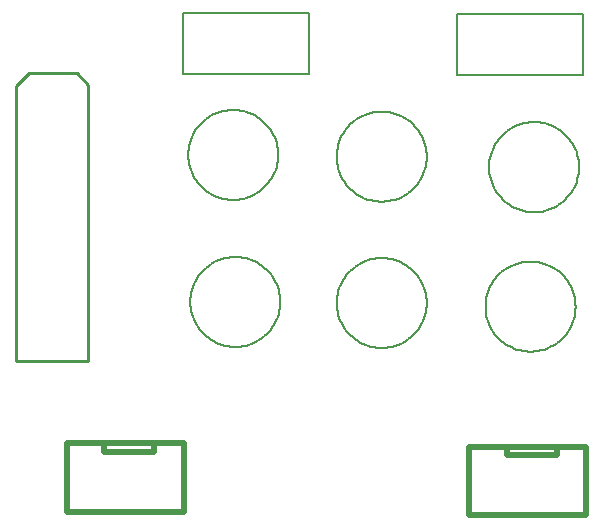
<source format=gm1>
G04*
G04 #@! TF.GenerationSoftware,Altium Limited,Altium Designer,20.2.6 (244)*
G04*
G04 Layer_Color=16711935*
%FSLAX25Y25*%
%MOIN*%
G70*
G04*
G04 #@! TF.SameCoordinates,E07979D3-0FA8-472C-B39E-0A4441D90CF7*
G04*
G04*
G04 #@! TF.FilePolarity,Positive*
G04*
G01*
G75*
%ADD10C,0.00787*%
%ADD11C,0.01000*%
%ADD12C,0.01968*%
D10*
X331142Y336614D02*
X331108Y337616D01*
X331008Y338614D01*
X330841Y339602D01*
X330609Y340577D01*
X330312Y341535D01*
X329952Y342470D01*
X329530Y343379D01*
X329048Y344258D01*
X328508Y345104D01*
X327914Y345911D01*
X327267Y346676D01*
X326570Y347397D01*
X325826Y348069D01*
X325039Y348690D01*
X324213Y349258D01*
X323351Y349768D01*
X322456Y350221D01*
X321533Y350612D01*
X320586Y350941D01*
X319619Y351206D01*
X318637Y351405D01*
X317643Y351539D01*
X316643Y351606D01*
X315640D01*
X314640Y351539D01*
X313647Y351405D01*
X312664Y351206D01*
X311698Y350941D01*
X310751Y350612D01*
X309828Y350221D01*
X308933Y349768D01*
X308070Y349258D01*
X307244Y348690D01*
X306457Y348069D01*
X305714Y347397D01*
X305017Y346676D01*
X304370Y345911D01*
X303775Y345104D01*
X303236Y344258D01*
X302754Y343379D01*
X302332Y342470D01*
X301972Y341535D01*
X301675Y340577D01*
X301442Y339602D01*
X301276Y338614D01*
X301175Y337616D01*
X301142Y336614D01*
X301175Y335612D01*
X301276Y334615D01*
X301442Y333627D01*
X301675Y332651D01*
X301972Y331694D01*
X302332Y330758D01*
X302754Y329849D01*
X303236Y328970D01*
X303775Y328125D01*
X304370Y327318D01*
X305017Y326553D01*
X305714Y325832D01*
X306457Y325160D01*
X307244Y324538D01*
X308070Y323971D01*
X308933Y323460D01*
X309828Y323008D01*
X310751Y322617D01*
X311698Y322288D01*
X312664Y322023D01*
X313647Y321823D01*
X314640Y321690D01*
X315640Y321623D01*
X316643D01*
X317643Y321690D01*
X318637Y321823D01*
X319619Y322023D01*
X320586Y322288D01*
X321533Y322617D01*
X322456Y323008D01*
X323350Y323460D01*
X324213Y323971D01*
X325039Y324538D01*
X325826Y325160D01*
X326570Y325832D01*
X327267Y326553D01*
X327914Y327318D01*
X328508Y328125D01*
X329048Y328970D01*
X329530Y329849D01*
X329952Y330758D01*
X330312Y331694D01*
X330609Y332651D01*
X330841Y333626D01*
X331008Y334615D01*
X331108Y335612D01*
X331142Y336614D01*
X281535Y337795D02*
X281502Y338797D01*
X281402Y339795D01*
X281235Y340783D01*
X281002Y341758D01*
X280705Y342716D01*
X280345Y343651D01*
X279923Y344561D01*
X279441Y345440D01*
X278902Y346285D01*
X278307Y347092D01*
X277660Y347857D01*
X276963Y348578D01*
X276220Y349250D01*
X275433Y349871D01*
X274607Y350439D01*
X273744Y350950D01*
X272849Y351402D01*
X271926Y351793D01*
X270980Y352122D01*
X270013Y352387D01*
X269030Y352586D01*
X268037Y352720D01*
X267037Y352787D01*
X266034D01*
X265034Y352720D01*
X264040Y352586D01*
X263058Y352387D01*
X262091Y352122D01*
X261144Y351793D01*
X260221Y351402D01*
X259327Y350950D01*
X258464Y350439D01*
X257638Y349871D01*
X256851Y349250D01*
X256107Y348578D01*
X255411Y347857D01*
X254763Y347092D01*
X254169Y346285D01*
X253629Y345440D01*
X253148Y344561D01*
X252726Y343651D01*
X252365Y342716D01*
X252068Y341758D01*
X251836Y340783D01*
X251669Y339795D01*
X251569Y338797D01*
X251535Y337795D01*
X251569Y336793D01*
X251669Y335796D01*
X251836Y334808D01*
X252068Y333832D01*
X252365Y332875D01*
X252726Y331940D01*
X253148Y331030D01*
X253629Y330151D01*
X254169Y329306D01*
X254764Y328499D01*
X255411Y327734D01*
X256107Y327013D01*
X256851Y326341D01*
X257638Y325719D01*
X258464Y325152D01*
X259327Y324641D01*
X260221Y324189D01*
X261144Y323798D01*
X262091Y323469D01*
X263058Y323204D01*
X264040Y323004D01*
X265034Y322871D01*
X266034Y322804D01*
X267037D01*
X268037Y322871D01*
X269030Y323004D01*
X270013Y323204D01*
X270980Y323469D01*
X271926Y323798D01*
X272849Y324189D01*
X273744Y324641D01*
X274607Y325152D01*
X275433Y325719D01*
X276220Y326341D01*
X276963Y327013D01*
X277660Y327734D01*
X278307Y328499D01*
X278902Y329306D01*
X279441Y330151D01*
X279923Y331030D01*
X280345Y331940D01*
X280705Y332875D01*
X281002Y333832D01*
X281235Y334807D01*
X281402Y335796D01*
X281502Y336793D01*
X281535Y337795D01*
X232716Y338189D02*
X232683Y339191D01*
X232583Y340188D01*
X232416Y341177D01*
X232184Y342152D01*
X231887Y343109D01*
X231526Y344045D01*
X231104Y344954D01*
X230623Y345833D01*
X230083Y346678D01*
X229488Y347485D01*
X228841Y348251D01*
X228144Y348971D01*
X227401Y349644D01*
X226614Y350265D01*
X225788Y350833D01*
X224925Y351343D01*
X224031Y351795D01*
X223108Y352187D01*
X222161Y352516D01*
X221194Y352781D01*
X220212Y352980D01*
X219218Y353114D01*
X218218Y353181D01*
X217215D01*
X216215Y353114D01*
X215222Y352980D01*
X214239Y352781D01*
X213272Y352516D01*
X212325Y352187D01*
X211403Y351795D01*
X210508Y351343D01*
X209645Y350833D01*
X208819Y350265D01*
X208032Y349644D01*
X207289Y348971D01*
X206592Y348251D01*
X205944Y347485D01*
X205350Y346678D01*
X204811Y345833D01*
X204329Y344954D01*
X203907Y344045D01*
X203547Y343109D01*
X203250Y342152D01*
X203017Y341177D01*
X202850Y340188D01*
X202750Y339191D01*
X202716Y338189D01*
X202750Y337187D01*
X202850Y336190D01*
X203017Y335201D01*
X203250Y334226D01*
X203547Y333269D01*
X203907Y332333D01*
X204329Y331424D01*
X204811Y330545D01*
X205350Y329700D01*
X205945Y328893D01*
X206592Y328127D01*
X207289Y327407D01*
X208032Y326734D01*
X208819Y326113D01*
X209645Y325546D01*
X210508Y325035D01*
X211403Y324583D01*
X212325Y324191D01*
X213272Y323863D01*
X214239Y323598D01*
X215222Y323398D01*
X216215Y323264D01*
X217215Y323198D01*
X218218D01*
X219218Y323264D01*
X220212Y323398D01*
X221194Y323598D01*
X222161Y323863D01*
X223108Y324191D01*
X224030Y324583D01*
X224925Y325035D01*
X225788Y325546D01*
X226614Y326113D01*
X227401Y326734D01*
X228144Y327407D01*
X228841Y328127D01*
X229488Y328893D01*
X230083Y329700D01*
X230623Y330545D01*
X231104Y331424D01*
X231526Y332333D01*
X231887Y333269D01*
X232184Y334226D01*
X232416Y335201D01*
X232583Y336190D01*
X232683Y337187D01*
X232716Y338189D01*
X332323Y383071D02*
X332289Y384073D01*
X332189Y385070D01*
X332022Y386059D01*
X331790Y387034D01*
X331493Y387991D01*
X331133Y388927D01*
X330711Y389836D01*
X330229Y390715D01*
X329689Y391560D01*
X329095Y392367D01*
X328448Y393133D01*
X327751Y393853D01*
X327007Y394526D01*
X326220Y395147D01*
X325394Y395714D01*
X324532Y396225D01*
X323637Y396677D01*
X322714Y397069D01*
X321767Y397397D01*
X320800Y397662D01*
X319818Y397862D01*
X318824Y397996D01*
X317824Y398063D01*
X316822D01*
X315821Y397996D01*
X314828Y397862D01*
X313845Y397662D01*
X312879Y397397D01*
X311932Y397069D01*
X311009Y396677D01*
X310114Y396225D01*
X309252Y395714D01*
X308425Y395147D01*
X307638Y394526D01*
X306895Y393853D01*
X306198Y393133D01*
X305551Y392367D01*
X304956Y391560D01*
X304417Y390715D01*
X303935Y389836D01*
X303513Y388927D01*
X303153Y387991D01*
X302856Y387034D01*
X302623Y386059D01*
X302457Y385070D01*
X302356Y384073D01*
X302323Y383071D01*
X302356Y382069D01*
X302457Y381072D01*
X302623Y380083D01*
X302856Y379108D01*
X303153Y378151D01*
X303513Y377215D01*
X303935Y376306D01*
X304417Y375427D01*
X304956Y374582D01*
X305551Y373775D01*
X306198Y373009D01*
X306895Y372289D01*
X307638Y371616D01*
X308425Y370995D01*
X309252Y370428D01*
X310114Y369917D01*
X311009Y369465D01*
X311932Y369073D01*
X312879Y368744D01*
X313845Y368480D01*
X314828Y368280D01*
X315821Y368146D01*
X316822Y368079D01*
X317824D01*
X318824Y368146D01*
X319818Y368280D01*
X320800Y368480D01*
X321767Y368744D01*
X322714Y369073D01*
X323637Y369465D01*
X324532Y369917D01*
X325394Y370428D01*
X326220Y370995D01*
X327007Y371616D01*
X327751Y372289D01*
X328448Y373009D01*
X329095Y373775D01*
X329689Y374582D01*
X330229Y375427D01*
X330711Y376306D01*
X331133Y377215D01*
X331493Y378151D01*
X331790Y379108D01*
X332022Y380083D01*
X332189Y381072D01*
X332289Y382069D01*
X332323Y383071D01*
X281500Y386587D02*
X281467Y387589D01*
X281366Y388586D01*
X281199Y389575D01*
X280967Y390550D01*
X280670Y391507D01*
X280310Y392443D01*
X279888Y393352D01*
X279406Y394231D01*
X278867Y395076D01*
X278272Y395883D01*
X277625Y396649D01*
X276928Y397369D01*
X276184Y398042D01*
X275398Y398663D01*
X274571Y399230D01*
X273709Y399741D01*
X272814Y400193D01*
X271891Y400584D01*
X270944Y400913D01*
X269977Y401178D01*
X268995Y401378D01*
X268001Y401511D01*
X267001Y401578D01*
X265999D01*
X264999Y401511D01*
X264005Y401378D01*
X263023Y401178D01*
X262056Y400913D01*
X261109Y400584D01*
X260186Y400193D01*
X259291Y399741D01*
X258429Y399230D01*
X257602Y398663D01*
X256816Y398042D01*
X256072Y397369D01*
X255375Y396649D01*
X254728Y395883D01*
X254133Y395076D01*
X253594Y394231D01*
X253112Y393352D01*
X252690Y392442D01*
X252330Y391507D01*
X252033Y390550D01*
X251801Y389575D01*
X251634Y388586D01*
X251534Y387589D01*
X251500Y386587D01*
X251534Y385585D01*
X251634Y384587D01*
X251801Y383599D01*
X252033Y382624D01*
X252330Y381666D01*
X252690Y380731D01*
X253112Y379822D01*
X253594Y378942D01*
X254133Y378098D01*
X254728Y377291D01*
X255375Y376525D01*
X256072Y375804D01*
X256816Y375132D01*
X257602Y374511D01*
X258429Y373943D01*
X259291Y373432D01*
X260186Y372980D01*
X261109Y372589D01*
X262056Y372260D01*
X263023Y371995D01*
X264005Y371796D01*
X264999Y371662D01*
X265999Y371595D01*
X267001D01*
X268001Y371662D01*
X268995Y371796D01*
X269977Y371995D01*
X270944Y372260D01*
X271891Y372589D01*
X272814Y372980D01*
X273709Y373432D01*
X274571Y373943D01*
X275398Y374511D01*
X276184Y375132D01*
X276928Y375804D01*
X277625Y376525D01*
X278272Y377290D01*
X278867Y378098D01*
X279406Y378942D01*
X279888Y379821D01*
X280310Y380731D01*
X280670Y381666D01*
X280967Y382624D01*
X281199Y383599D01*
X281366Y384587D01*
X281467Y385585D01*
X281500Y386587D01*
X232000Y387193D02*
X231966Y388195D01*
X231866Y389192D01*
X231699Y390181D01*
X231467Y391156D01*
X231170Y392113D01*
X230810Y393049D01*
X230388Y393958D01*
X229906Y394837D01*
X229367Y395682D01*
X228772Y396489D01*
X228125Y397255D01*
X227428Y397975D01*
X226684Y398648D01*
X225898Y399269D01*
X225071Y399836D01*
X224209Y400347D01*
X223314Y400799D01*
X222391Y401191D01*
X221444Y401519D01*
X220477Y401784D01*
X219495Y401984D01*
X218501Y402117D01*
X217501Y402184D01*
X216499D01*
X215499Y402117D01*
X214505Y401984D01*
X213523Y401784D01*
X212556Y401519D01*
X211609Y401191D01*
X210686Y400799D01*
X209791Y400347D01*
X208929Y399836D01*
X208102Y399269D01*
X207316Y398648D01*
X206572Y397975D01*
X205875Y397255D01*
X205228Y396489D01*
X204633Y395682D01*
X204094Y394837D01*
X203612Y393958D01*
X203190Y393049D01*
X202830Y392113D01*
X202533Y391156D01*
X202301Y390181D01*
X202134Y389192D01*
X202033Y388195D01*
X202000Y387193D01*
X202033Y386191D01*
X202134Y385193D01*
X202301Y384205D01*
X202533Y383230D01*
X202830Y382272D01*
X203190Y381337D01*
X203612Y380428D01*
X204094Y379549D01*
X204633Y378704D01*
X205228Y377896D01*
X205875Y377131D01*
X206572Y376410D01*
X207316Y375738D01*
X208102Y375117D01*
X208929Y374549D01*
X209791Y374039D01*
X210686Y373586D01*
X211609Y373195D01*
X212556Y372866D01*
X213523Y372601D01*
X214505Y372402D01*
X215499Y372268D01*
X216499Y372201D01*
X217501D01*
X218501Y372268D01*
X219495Y372402D01*
X220477Y372601D01*
X221444Y372866D01*
X222391Y373195D01*
X223314Y373586D01*
X224209Y374039D01*
X225071Y374549D01*
X225898Y375117D01*
X226684Y375738D01*
X227428Y376410D01*
X228125Y377131D01*
X228772Y377896D01*
X229367Y378704D01*
X229906Y379549D01*
X230388Y380428D01*
X230810Y381337D01*
X231170Y382272D01*
X231467Y383230D01*
X231699Y384205D01*
X231866Y385193D01*
X231966Y386191D01*
X232000Y387193D01*
X291732Y413878D02*
Y434055D01*
X333760D01*
Y413878D02*
Y434055D01*
X291732Y413878D02*
X333760D01*
X200291Y414224D02*
Y434402D01*
X242319D01*
Y414224D02*
Y434402D01*
X200291Y414224D02*
X242319D01*
D11*
X168701Y318504D02*
Y410630D01*
X164862Y414468D02*
X168701Y410630D01*
X148819Y414468D02*
X164862D01*
X144587Y318504D02*
Y410236D01*
X148819Y414468D01*
X144587Y318504D02*
X168701D01*
D12*
X295768Y267028D02*
Y267224D01*
Y267028D02*
X334744D01*
Y289961D01*
X295768D02*
X334744D01*
X295768Y267224D02*
Y289961D01*
X308268Y287106D02*
Y289862D01*
Y287106D02*
X325000D01*
Y289665D01*
X324606D02*
X325000D01*
X190354Y290846D02*
X190748D01*
Y288287D02*
Y290846D01*
X174016Y288287D02*
X190748D01*
X174016D02*
Y291043D01*
X161516Y268406D02*
Y291142D01*
X200492D01*
Y268209D02*
Y291142D01*
X161516Y268209D02*
X200492D01*
X161516D02*
Y268406D01*
M02*

</source>
